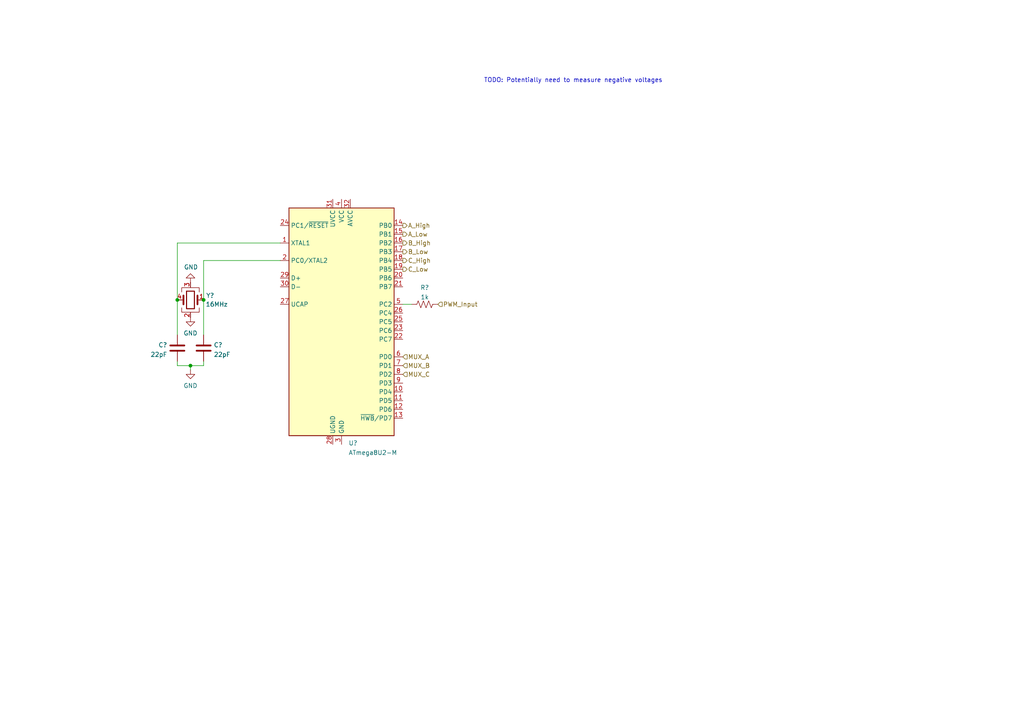
<source format=kicad_sch>
(kicad_sch (version 20211123) (generator eeschema)
  (paper "A4")
  (lib_symbols
    (symbol "Device:C" (pin_numbers hide) (pin_names (offset 0.254))
      (property "Reference" "C" (at 0.635 2.54 0))
      (property "Value" "C" (at 0.635 -2.54 0))
      (symbol "C_0_1"
        (polyline (pts (xy -2.032 -0.762) (xy 2.032 -0.762)) (stroke (width 0.508)))
        (polyline (pts (xy -2.032 0.762) (xy 2.032 0.762)) (stroke (width 0.508)))
      )
      (symbol "C_1_1"
        (pin passive line (at 0 3.81 270) (length 2.794) (name "~") (number "1"))
        (pin passive line (at 0 -3.81 90) (length 2.794) (name "~") (number "2"))
      )
    )
    (symbol "Device:Crystal_GND23" (pin_names (offset 1.016) hide)
      (property "Reference" "Y" (at 3.175 5.08 0))
      (property "Value" "Crystal_GND23" (at 3.175 3.175 0))
      (symbol "Crystal_GND23_0_1"
        (rectangle (start -1.143 2.54) (end 1.143 -2.54) (stroke (width 0.3048)))
        (polyline (pts (xy -2.54 0) (xy -2.032 0)))
        (polyline (pts (xy -2.032 -1.27) (xy -2.032 1.27)) (stroke (width 0.508)))
        (polyline (pts (xy 0 -3.81) (xy 0 -3.556)))
        (polyline (pts (xy 0 3.556) (xy 0 3.81)))
        (polyline (pts (xy 2.032 -1.27) (xy 2.032 1.27)) (stroke (width 0.508)))
        (polyline (pts (xy 2.032 0) (xy 2.54 0)))
        (polyline (pts (xy -2.54 -2.286) (xy -2.54 -3.556) (xy 2.54 -3.556) (xy 2.54 -2.286)))
        (polyline (pts (xy -2.54 2.286) (xy -2.54 3.556) (xy 2.54 3.556) (xy 2.54 2.286)))
      )
      (symbol "Crystal_GND23_1_1"
        (pin passive line (at -3.81 0 0) (length 1.27) (name "1") (number "1"))
        (pin passive line (at 0 5.08 270) (length 1.27) (name "2") (number "2"))
        (pin passive line (at 0 -5.08 90) (length 1.27) (name "3") (number "3"))
        (pin passive line (at 3.81 0 180) (length 1.27) (name "4") (number "4"))
      )
    )
    (symbol "Device:R_US" (pin_numbers hide) (pin_names (offset 0))
      (property "Reference" "R" (at 2.54 0 90))
      (property "Value" "R_US" (at -2.54 0 90))
      (symbol "R_US_0_1"
        (polyline (pts (xy 0 -2.286) (xy 0 -2.54)))
        (polyline (pts (xy 0 2.286) (xy 0 2.54)))
        (polyline (pts (xy 0 -0.762) (xy 1.016 -1.143) (xy 0 -1.524) (xy -1.016 -1.905) (xy 0 -2.286)))
        (polyline (pts (xy 0 0.762) (xy 1.016 0.381) (xy 0 0) (xy -1.016 -0.381) (xy 0 -0.762)))
        (polyline (pts (xy 0 2.286) (xy 1.016 1.905) (xy 0 1.524) (xy -1.016 1.143) (xy 0 0.762)))
      )
      (symbol "R_US_1_1"
        (pin passive line (at 0 3.81 270) (length 1.27) (name "~") (number "1"))
        (pin passive line (at 0 -3.81 90) (length 1.27) (name "~") (number "2"))
      )
    )
    (symbol "MCU_Microchip_ATmega:ATmega8U2-M"
      (property "Reference" "U" (at -15.24 34.29 0))
      (property "Value" "ATmega8U2-M" (at 2.54 -34.29 0))
      (symbol "ATmega8U2-M_0_1"
        (rectangle (start -15.24 -33.02) (end 15.24 33.02) (stroke (width 0.254)) (fill (type background)))
      )
      (symbol "ATmega8U2-M_1_1"
        (pin input line (at -17.78 22.86 0) (length 2.54) (name "XTAL1") (number "1"))
        (pin bidirectional line (at 17.78 -20.32 180) (length 2.54) (name "PD4") (number "10"))
        (pin bidirectional line (at 17.78 -22.86 180) (length 2.54) (name "PD5") (number "11"))
        (pin bidirectional line (at 17.78 -25.4 180) (length 2.54) (name "PD6") (number "12"))
        (pin bidirectional line (at 17.78 -27.94 180) (length 2.54) (name "~{HWB}/PD7") (number "13"))
        (pin bidirectional line (at 17.78 27.94 180) (length 2.54) (name "PB0") (number "14"))
        (pin bidirectional line (at 17.78 25.4 180) (length 2.54) (name "PB1") (number "15"))
        (pin bidirectional line (at 17.78 22.86 180) (length 2.54) (name "PB2") (number "16"))
        (pin bidirectional line (at 17.78 20.32 180) (length 2.54) (name "PB3") (number "17"))
        (pin bidirectional line (at 17.78 17.78 180) (length 2.54) (name "PB4") (number "18"))
        (pin bidirectional line (at 17.78 15.24 180) (length 2.54) (name "PB5") (number "19"))
        (pin bidirectional line (at -17.78 17.78 0) (length 2.54) (name "PC0/XTAL2") (number "2"))
        (pin bidirectional line (at 17.78 12.7 180) (length 2.54) (name "PB6") (number "20"))
        (pin bidirectional line (at 17.78 10.16 180) (length 2.54) (name "PB7") (number "21"))
        (pin bidirectional line (at 17.78 -5.08 180) (length 2.54) (name "PC7") (number "22"))
        (pin bidirectional line (at 17.78 -2.54 180) (length 2.54) (name "PC6") (number "23"))
        (pin bidirectional line (at -17.78 27.94 0) (length 2.54) (name "PC1/~{RESET}") (number "24"))
        (pin bidirectional line (at 17.78 0 180) (length 2.54) (name "PC5") (number "25"))
        (pin bidirectional line (at 17.78 2.54 180) (length 2.54) (name "PC4") (number "26"))
        (pin passive line (at -17.78 5.08 0) (length 2.54) (name "UCAP") (number "27"))
        (pin power_in line (at -2.54 -35.56 90) (length 2.54) (name "UGND") (number "28"))
        (pin bidirectional line (at -17.78 12.7 0) (length 2.54) (name "D+") (number "29"))
        (pin power_in line (at 0 -35.56 90) (length 2.54) (name "GND") (number "3"))
        (pin bidirectional line (at -17.78 10.16 0) (length 2.54) (name "D-") (number "30"))
        (pin power_in line (at -2.54 35.56 270) (length 2.54) (name "UVCC") (number "31"))
        (pin power_in line (at 2.54 35.56 270) (length 2.54) (name "AVCC") (number "32"))
        (pin passive line (at 0 -35.56 90) (length 2.54) hide (name "GND") (number "33"))
        (pin power_in line (at 0 35.56 270) (length 2.54) (name "VCC") (number "4"))
        (pin bidirectional line (at 17.78 5.08 180) (length 2.54) (name "PC2") (number "5"))
        (pin bidirectional line (at 17.78 -10.16 180) (length 2.54) (name "PD0") (number "6"))
        (pin bidirectional line (at 17.78 -12.7 180) (length 2.54) (name "PD1") (number "7"))
        (pin bidirectional line (at 17.78 -15.24 180) (length 2.54) (name "PD2") (number "8"))
        (pin bidirectional line (at 17.78 -17.78 180) (length 2.54) (name "PD3") (number "9"))
      )
    )
    (symbol "power:GND" (power) (pin_names (offset 0))
      (property "Value" "GND" (at 0 -3.81 0))
      (symbol "GND_0_1"
        (polyline (pts (xy 0 0) (xy 0 -1.27) (xy 1.27 -1.27) (xy 0 -2.54) (xy -1.27 -1.27) (xy 0 -1.27)))
      )
      (symbol "GND_1_1"
        (pin power_in line (at 0 0 270) (length 0) hide (name "GND") (number "1"))
      )
    )
  )
  (junction (at 59.055 86.995))
  (junction (at 51.435 86.995))
  (junction (at 55.245 106.045))
  (wire (pts (xy 59.055 106.045) (xy 59.055 104.775)))
  (wire (pts (xy 59.055 75.565) (xy 81.28 75.565)))
  (wire (pts (xy 51.435 86.995) (xy 51.435 70.485)))
  (wire (pts (xy 119.38 88.265) (xy 116.84 88.265)))
  (wire (pts (xy 51.435 70.485) (xy 81.28 70.485)))
  (wire (pts (xy 51.435 106.045) (xy 51.435 104.775)))
  (wire (pts (xy 55.245 106.045) (xy 59.055 106.045)))
  (wire (pts (xy 51.435 86.995) (xy 51.435 97.155)))
  (wire (pts (xy 55.245 107.315) (xy 55.245 106.045)))
  (wire (pts (xy 59.055 86.995) (xy 59.055 97.155)))
  (wire (pts (xy 55.245 106.045) (xy 51.435 106.045)))
  (wire (pts (xy 59.055 86.995) (xy 59.055 75.565)))
  (text "TODO: Potentially need to measure negative voltages" (at 140.335 24.13 0) (effects (font (size 1.27 1.27)) (justify left bottom)))
  (hierarchical_label "MUX_B" (shape input) (at 116.84 106.045 0))
  (hierarchical_label "C_Low" (shape output) (at 116.84 78.105 0))
  (hierarchical_label "C_High" (shape output) (at 116.84 75.565 0))
  (hierarchical_label "PWM_Input" (shape input) (at 127 88.265 0))
  (hierarchical_label "MUX_A" (shape input) (at 116.84 103.505 0))
  (hierarchical_label "B_Low" (shape output) (at 116.84 73.025 0))
  (hierarchical_label "A_High" (shape output) (at 116.84 65.405 0))
  (hierarchical_label "A_Low" (shape output) (at 116.84 67.945 0))
  (hierarchical_label "MUX_C" (shape input) (at 116.84 108.585 0))
  (hierarchical_label "B_High" (shape output) (at 116.84 70.485 0))
  (symbol (lib_id "Device:C") (at 59.055 100.965 180) (unit 1)
    (property "Reference" "C?" (at 61.976 100.0565 0) (effects (justify right)))
    (property "Value" "22pF" (at 61.976 102.8316 0) (effects (justify right)))
  )
  (symbol (lib_id "Device:C") (at 51.435 100.965 0) (mirror x) (unit 1)
    (property "Reference" "C?" (at 48.5141 100.0565 0) (effects (justify right)))
    (property "Value" "22pF" (at 48.5141 102.8316 0) (effects (justify right)))
  )
  (symbol (lib_id "power:GND") (at 55.245 107.315 0) (unit 1)
    (property "Reference" "#PWR?" (effects hide))
    (property "Value" "GND" (at 55.245 111.8775 0))
  )
  (symbol (lib_id "Device:R_US") (at 123.19 88.265 90) (unit 1)
    (property "Reference" "R?" (at 123.19 83.4095 90))
    (property "Value" "1k" (at 123.19 86.1846 90))
  )
  (symbol (lib_id "power:GND") (at 55.245 81.915 180) (unit 1)
    (property "Reference" "#PWR?" (effects hide))
    (property "Value" "GND" (at 53.34 77.47 0) (effects (justify right)))
  )
  (symbol (lib_id "Device:Crystal_GND23") (at 55.245 86.995 180) (unit 1)
    (property "Reference" "Y?" (at 60.96 85.725 0))
    (property "Value" "16MHz" (at 62.865 88.265 0))
  )
  (symbol (lib_id "power:GND") (at 55.245 92.075 0) (unit 1)
    (property "Reference" "#PWR?" (effects hide))
    (property "Value" "GND" (at 55.245 96.6375 0))
  )
  (symbol (lib_id "MCU_Microchip_ATmega:ATmega8U2-M") (at 99.06 93.345 0) (unit 1)
    (property "Reference" "U?" (at 101.0794 128.5145 0) (effects (justify left)))
    (property "Value" "ATmega8U2-M" (at 101.0794 131.2896 0) (effects (justify left)))
    (property "Footprint" "Package_DFN_QFN:QFN-32-1EP_5x5mm_P0.5mm_EP3.1x3.1mm" (effects hide))
    (property "Datasheet" "http://ww1.microchip.com/downloads/en/DeviceDoc/doc7799.pdf" (effects hide))
  )
)
</source>
